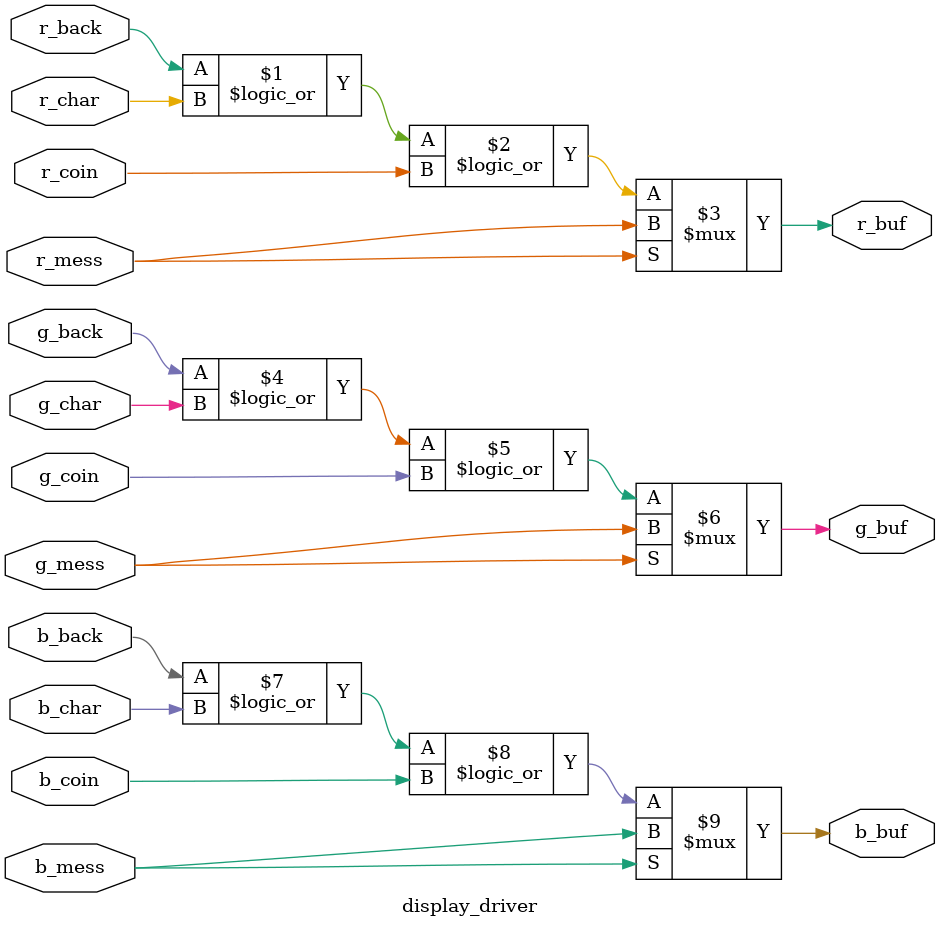
<source format=v>
`timescale 1ns / 1ps
module display_driver(
    input r_back,
    input g_back,
    input b_back,
    input r_char,
    input g_char,
    input b_char,
	 input r_coin,
	 input g_coin,
	 input b_coin,
	 input r_mess,
	 input g_mess,
	 input b_mess,
    output r_buf,
    output g_buf,
    output b_buf
    );

assign r_buf = (r_mess) ? r_mess : (r_back || r_char || r_coin);
assign g_buf = (g_mess) ? g_mess : (g_back || g_char || g_coin);
assign b_buf = (b_mess) ? b_mess : (b_back || b_char || b_coin);

endmodule

</source>
